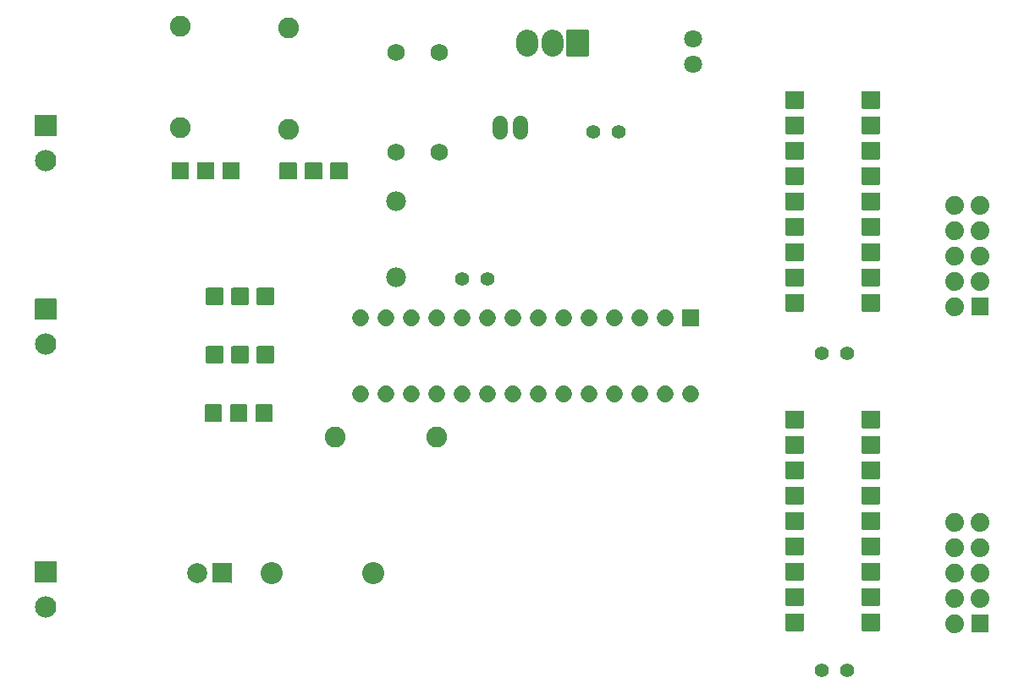
<source format=gts>
G04 Layer: TopSolderMaskLayer*
G04 EasyEDA v6.5.8, 2022-08-15 07:29:34*
G04 028e3914a6f949ed9ca799ef75e4ed4f,10*
G04 Gerber Generator version 0.2*
G04 Scale: 100 percent, Rotated: No, Reflected: No *
G04 Dimensions in millimeters *
G04 leading zeros omitted , absolute positions ,4 integer and 5 decimal *
%FSLAX45Y45*%
%MOMM*%

%ADD10C,1.7016*%
%ADD11C,2.2032*%
%ADD12C,1.5016*%
%ADD13C,1.3970*%
%ADD14C,2.1336*%
%ADD15C,1.8796*%
%ADD16C,2.0828*%
%ADD17C,2.0032*%
%ADD18C,1.7272*%
%ADD19C,1.8032*%
%ADD20C,1.9812*%
%ADD21C,0.0125*%

%LPD*%
D10*
X7048500Y5816600D02*
G01*
X7048500Y5816600D01*
X6794500Y5816600D02*
G01*
X6794500Y5816600D01*
X6540500Y5816600D02*
G01*
X6540500Y5816600D01*
X6286500Y5816600D02*
G01*
X6286500Y5816600D01*
X6032500Y5816600D02*
G01*
X6032500Y5816600D01*
X5778500Y5816600D02*
G01*
X5778500Y5816600D01*
X5524500Y5816600D02*
G01*
X5524500Y5816600D01*
X5524500Y6578600D02*
G01*
X5524500Y6578600D01*
X7302500Y5816600D02*
G01*
X7302500Y5816600D01*
X7556500Y5816600D02*
G01*
X7556500Y5816600D01*
X5778500Y6578600D02*
G01*
X5778500Y6578600D01*
X6032500Y6578600D02*
G01*
X6032500Y6578600D01*
X6286500Y6578600D02*
G01*
X6286500Y6578600D01*
X6540500Y6578600D02*
G01*
X6540500Y6578600D01*
X6794500Y6578600D02*
G01*
X6794500Y6578600D01*
X7048500Y6578600D02*
G01*
X7048500Y6578600D01*
X7302500Y6578600D02*
G01*
X7302500Y6578600D01*
X5270500Y6578600D02*
G01*
X5270500Y6578600D01*
X5016500Y6578600D02*
G01*
X5016500Y6578600D01*
X4762500Y6578600D02*
G01*
X4762500Y6578600D01*
X4508500Y6578600D02*
G01*
X4508500Y6578600D01*
X4254500Y6578600D02*
G01*
X4254500Y6578600D01*
X4254500Y5816600D02*
G01*
X4254500Y5816600D01*
X4508500Y5816600D02*
G01*
X4508500Y5816600D01*
X4762500Y5816600D02*
G01*
X4762500Y5816600D01*
X5016500Y5816600D02*
G01*
X5016500Y5816600D01*
X5270500Y5816600D02*
G01*
X5270500Y5816600D01*
D11*
X5918200Y9309498D02*
G01*
X5918200Y9359498D01*
X6172200Y9309498D02*
G01*
X6172200Y9359498D01*
D12*
X5854700Y8443600D02*
G01*
X5854700Y8523599D01*
X5651500Y8443600D02*
G01*
X5651500Y8523599D01*
D13*
G01*
X8864600Y3048000D03*
G01*
X9118600Y3048000D03*
G01*
X8864600Y6223000D03*
G01*
X9118600Y6223000D03*
G01*
X5270500Y6972300D03*
G01*
X5524500Y6972300D03*
G36*
X1003300Y3930319D02*
G01*
X1001776Y3930573D01*
X1000252Y3931335D01*
X999236Y3932351D01*
X998473Y3933875D01*
X998220Y3935399D01*
X998220Y4138599D01*
X998473Y4140123D01*
X999236Y4141647D01*
X1000252Y4142663D01*
X1001776Y4143425D01*
X1003300Y4143679D01*
X1003300Y4143755D01*
X1206500Y4143755D01*
X1206500Y4143679D01*
X1208023Y4143425D01*
X1209547Y4142663D01*
X1210563Y4141647D01*
X1211326Y4140123D01*
X1211579Y4138599D01*
X1211579Y3935399D01*
X1211326Y3933875D01*
X1210563Y3932351D01*
X1209547Y3931335D01*
X1208023Y3930573D01*
X1206500Y3930319D01*
X1206500Y3930395D01*
X1003300Y3930395D01*
G37*
D14*
G01*
X1104900Y3686987D03*
G36*
X1003300Y6559219D02*
G01*
X1001776Y6559473D01*
X1000252Y6560235D01*
X999236Y6561251D01*
X998473Y6562775D01*
X998220Y6564299D01*
X998220Y6767499D01*
X998473Y6769023D01*
X999236Y6770547D01*
X1000252Y6771563D01*
X1001776Y6772325D01*
X1003300Y6772579D01*
X1003300Y6772655D01*
X1206500Y6772655D01*
X1206500Y6772579D01*
X1208023Y6772325D01*
X1209547Y6771563D01*
X1210563Y6770547D01*
X1211326Y6769023D01*
X1211579Y6767499D01*
X1211579Y6564299D01*
X1211326Y6562775D01*
X1210563Y6561251D01*
X1209547Y6560235D01*
X1208023Y6559473D01*
X1206500Y6559219D01*
X1206500Y6559295D01*
X1003300Y6559295D01*
G37*
G01*
X1104900Y6315887D03*
G36*
X1003300Y8400719D02*
G01*
X1001776Y8400973D01*
X1000252Y8401735D01*
X999236Y8402751D01*
X998473Y8404275D01*
X998220Y8405799D01*
X998220Y8608999D01*
X998473Y8610523D01*
X999236Y8612047D01*
X1000252Y8613063D01*
X1001776Y8613825D01*
X1003300Y8614079D01*
X1003300Y8614155D01*
X1206500Y8614155D01*
X1206500Y8614079D01*
X1208023Y8613825D01*
X1209547Y8613063D01*
X1210563Y8612047D01*
X1211326Y8610523D01*
X1211579Y8608999D01*
X1211579Y8405799D01*
X1211326Y8404275D01*
X1210563Y8402751D01*
X1209547Y8401735D01*
X1208023Y8400973D01*
X1206500Y8400719D01*
X1206500Y8400795D01*
X1003300Y8400795D01*
G37*
G01*
X1104900Y8157387D03*
G36*
X10369550Y3430270D02*
G01*
X10368025Y3430523D01*
X10366502Y3431286D01*
X10365486Y3432302D01*
X10364724Y3433826D01*
X10364470Y3435350D01*
X10364470Y3600450D01*
X10364724Y3601973D01*
X10365486Y3603497D01*
X10366502Y3604513D01*
X10368025Y3605276D01*
X10369550Y3605529D01*
X10534650Y3605529D01*
X10536174Y3605276D01*
X10537697Y3604513D01*
X10538713Y3603497D01*
X10539475Y3601973D01*
X10539729Y3600450D01*
X10539729Y3435350D01*
X10539475Y3433826D01*
X10538713Y3432302D01*
X10537697Y3431286D01*
X10536174Y3430523D01*
X10534650Y3430270D01*
G37*
D15*
G01*
X10198100Y3517900D03*
G01*
X10452100Y3771900D03*
G01*
X10198100Y3771900D03*
G01*
X10452100Y4025900D03*
G01*
X10198100Y4025900D03*
G01*
X10452100Y4279900D03*
G01*
X10198100Y4279900D03*
G01*
X10452100Y4533900D03*
G01*
X10198100Y4533900D03*
G36*
X10369550Y6605270D02*
G01*
X10368025Y6605523D01*
X10366502Y6606286D01*
X10365486Y6607302D01*
X10364724Y6608826D01*
X10364470Y6610350D01*
X10364470Y6775450D01*
X10364724Y6776973D01*
X10365486Y6778497D01*
X10366502Y6779513D01*
X10368025Y6780276D01*
X10369550Y6780529D01*
X10534650Y6780529D01*
X10536174Y6780276D01*
X10537697Y6779513D01*
X10538713Y6778497D01*
X10539475Y6776973D01*
X10539729Y6775450D01*
X10539729Y6610350D01*
X10539475Y6608826D01*
X10538713Y6607302D01*
X10537697Y6606286D01*
X10536174Y6605523D01*
X10534650Y6605270D01*
G37*
G01*
X10198100Y6692900D03*
G01*
X10452100Y6946900D03*
G01*
X10198100Y6946900D03*
G01*
X10452100Y7200900D03*
G01*
X10198100Y7200900D03*
G01*
X10452100Y7454900D03*
G01*
X10198100Y7454900D03*
G01*
X10452100Y7708900D03*
G01*
X10198100Y7708900D03*
D16*
G01*
X2451100Y9499600D03*
G01*
X2451100Y8483600D03*
D11*
G01*
X4381500Y4025900D03*
G01*
X3365500Y4025900D03*
G36*
X7476490Y6493510D02*
G01*
X7476500Y6493520D01*
X7474976Y6493774D01*
X7473452Y6494536D01*
X7472436Y6495552D01*
X7471674Y6497076D01*
X7471420Y6498600D01*
X7471409Y6498589D01*
X7471409Y6658610D01*
X7471420Y6658599D01*
X7471674Y6660123D01*
X7472436Y6661647D01*
X7473452Y6662663D01*
X7474976Y6663425D01*
X7476500Y6663679D01*
X7476490Y6663689D01*
X7636509Y6663689D01*
X7636499Y6663679D01*
X7638023Y6663425D01*
X7639547Y6662663D01*
X7640563Y6661647D01*
X7641325Y6660123D01*
X7641579Y6658599D01*
X7641590Y6658610D01*
X7641590Y6498589D01*
X7641579Y6498600D01*
X7641325Y6497076D01*
X7640563Y6495552D01*
X7639547Y6494536D01*
X7638023Y6493774D01*
X7636499Y6493520D01*
X7636509Y6493510D01*
G37*
D17*
G01*
X2616200Y4025900D03*
G36*
X2780207Y3925747D02*
G01*
X2777159Y3926255D01*
X2774111Y3927779D01*
X2772079Y3929811D01*
X2770555Y3932859D01*
X2770047Y3935907D01*
X2770124Y3935984D01*
X2770124Y4115815D01*
X2770047Y4115892D01*
X2770555Y4118940D01*
X2772079Y4121988D01*
X2774111Y4124020D01*
X2777159Y4125544D01*
X2780207Y4126052D01*
X2780284Y4125976D01*
X2960115Y4125976D01*
X2960192Y4126052D01*
X2963240Y4125544D01*
X2966288Y4124020D01*
X2968320Y4121988D01*
X2969844Y4118940D01*
X2970352Y4115892D01*
X2970275Y4115815D01*
X2970275Y3935984D01*
X2970352Y3935907D01*
X2969844Y3932859D01*
X2968320Y3929811D01*
X2966288Y3927779D01*
X2963240Y3926255D01*
X2960192Y3925747D01*
X2960115Y3925823D01*
X2780284Y3925823D01*
G37*
G36*
X3454400Y7965439D02*
G01*
X3451352Y7965947D01*
X3448304Y7967471D01*
X3446272Y7969504D01*
X3444747Y7972552D01*
X3444240Y7975600D01*
X3444240Y8128000D01*
X3444747Y8131047D01*
X3446272Y8134095D01*
X3448304Y8136128D01*
X3451352Y8137652D01*
X3454400Y8138160D01*
X3606800Y8138160D01*
X3609847Y8137652D01*
X3612895Y8136128D01*
X3614927Y8134095D01*
X3616452Y8131047D01*
X3616959Y8128000D01*
X3616959Y7975600D01*
X3616452Y7972552D01*
X3614927Y7969504D01*
X3612895Y7967471D01*
X3609847Y7965947D01*
X3606800Y7965439D01*
G37*
G36*
X3708400Y7965439D02*
G01*
X3705352Y7965947D01*
X3702304Y7967471D01*
X3700272Y7969504D01*
X3698747Y7972552D01*
X3698240Y7975600D01*
X3698240Y8128000D01*
X3698747Y8131047D01*
X3700272Y8134095D01*
X3702304Y8136128D01*
X3705352Y8137652D01*
X3708400Y8138160D01*
X3860800Y8138160D01*
X3863847Y8137652D01*
X3866895Y8136128D01*
X3868927Y8134095D01*
X3870452Y8131047D01*
X3870959Y8128000D01*
X3870959Y7975600D01*
X3870452Y7972552D01*
X3868927Y7969504D01*
X3866895Y7967471D01*
X3863847Y7965947D01*
X3860800Y7965439D01*
G37*
G36*
X3962400Y7965439D02*
G01*
X3959352Y7965947D01*
X3956304Y7967471D01*
X3954272Y7969504D01*
X3952747Y7972552D01*
X3952240Y7975600D01*
X3952240Y8128000D01*
X3952747Y8131047D01*
X3954272Y8134095D01*
X3956304Y8136128D01*
X3959352Y8137652D01*
X3962400Y8138160D01*
X4114800Y8138160D01*
X4117847Y8137652D01*
X4120895Y8136128D01*
X4122927Y8134095D01*
X4124452Y8131047D01*
X4124959Y8128000D01*
X4124959Y7975600D01*
X4124452Y7972552D01*
X4122927Y7969504D01*
X4120895Y7967471D01*
X4117847Y7965947D01*
X4114800Y7965439D01*
G37*
G36*
X2374900Y7965439D02*
G01*
X2371852Y7965947D01*
X2368804Y7967471D01*
X2366772Y7969504D01*
X2365247Y7972552D01*
X2364740Y7975600D01*
X2364740Y8128000D01*
X2365247Y8131047D01*
X2366772Y8134095D01*
X2368804Y8136128D01*
X2371852Y8137652D01*
X2374900Y8138160D01*
X2527300Y8138160D01*
X2530347Y8137652D01*
X2533395Y8136128D01*
X2535427Y8134095D01*
X2536952Y8131047D01*
X2537459Y8128000D01*
X2537459Y7975600D01*
X2536952Y7972552D01*
X2535427Y7969504D01*
X2533395Y7967471D01*
X2530347Y7965947D01*
X2527300Y7965439D01*
G37*
G36*
X2628900Y7965439D02*
G01*
X2625852Y7965947D01*
X2622804Y7967471D01*
X2620772Y7969504D01*
X2619247Y7972552D01*
X2618740Y7975600D01*
X2618740Y8128000D01*
X2619247Y8131047D01*
X2620772Y8134095D01*
X2622804Y8136128D01*
X2625852Y8137652D01*
X2628900Y8138160D01*
X2781300Y8138160D01*
X2784347Y8137652D01*
X2787395Y8136128D01*
X2789427Y8134095D01*
X2790952Y8131047D01*
X2791459Y8128000D01*
X2791459Y7975600D01*
X2790952Y7972552D01*
X2789427Y7969504D01*
X2787395Y7967471D01*
X2784347Y7965947D01*
X2781300Y7965439D01*
G37*
G36*
X2882900Y7965439D02*
G01*
X2879852Y7965947D01*
X2876804Y7967471D01*
X2874772Y7969504D01*
X2873247Y7972552D01*
X2872740Y7975600D01*
X2872740Y8128000D01*
X2873247Y8131047D01*
X2874772Y8134095D01*
X2876804Y8136128D01*
X2879852Y8137652D01*
X2882900Y8138160D01*
X3035300Y8138160D01*
X3038347Y8137652D01*
X3041395Y8136128D01*
X3043427Y8134095D01*
X3044952Y8131047D01*
X3045459Y8128000D01*
X3045459Y7975600D01*
X3044952Y7972552D01*
X3043427Y7969504D01*
X3041395Y7967471D01*
X3038347Y7965947D01*
X3035300Y7965439D01*
G37*
G36*
X3213100Y5539739D02*
G01*
X3210052Y5540247D01*
X3207004Y5541771D01*
X3204972Y5543804D01*
X3203447Y5546852D01*
X3202940Y5549900D01*
X3202940Y5702300D01*
X3203447Y5705347D01*
X3204972Y5708395D01*
X3207004Y5710428D01*
X3210052Y5711952D01*
X3213100Y5712460D01*
X3365500Y5712460D01*
X3368547Y5711952D01*
X3371595Y5710428D01*
X3373627Y5708395D01*
X3375152Y5705347D01*
X3375659Y5702300D01*
X3375659Y5549900D01*
X3375152Y5546852D01*
X3373627Y5543804D01*
X3371595Y5541771D01*
X3368547Y5540247D01*
X3365500Y5539739D01*
G37*
G36*
X2959100Y5539739D02*
G01*
X2956052Y5540247D01*
X2953004Y5541771D01*
X2950972Y5543804D01*
X2949447Y5546852D01*
X2948940Y5549900D01*
X2948940Y5702300D01*
X2949447Y5705347D01*
X2950972Y5708395D01*
X2953004Y5710428D01*
X2956052Y5711952D01*
X2959100Y5712460D01*
X3111500Y5712460D01*
X3114547Y5711952D01*
X3117595Y5710428D01*
X3119627Y5708395D01*
X3121152Y5705347D01*
X3121659Y5702300D01*
X3121659Y5549900D01*
X3121152Y5546852D01*
X3119627Y5543804D01*
X3117595Y5541771D01*
X3114547Y5540247D01*
X3111500Y5539739D01*
G37*
G36*
X2705100Y5539739D02*
G01*
X2702052Y5540247D01*
X2699004Y5541771D01*
X2696972Y5543804D01*
X2695447Y5546852D01*
X2694940Y5549900D01*
X2694940Y5702300D01*
X2695447Y5705347D01*
X2696972Y5708395D01*
X2699004Y5710428D01*
X2702052Y5711952D01*
X2705100Y5712460D01*
X2857500Y5712460D01*
X2860547Y5711952D01*
X2863595Y5710428D01*
X2865627Y5708395D01*
X2867152Y5705347D01*
X2867659Y5702300D01*
X2867659Y5549900D01*
X2867152Y5546852D01*
X2865627Y5543804D01*
X2863595Y5541771D01*
X2860547Y5540247D01*
X2857500Y5539739D01*
G37*
G36*
X3225800Y6123939D02*
G01*
X3222752Y6124447D01*
X3219704Y6125971D01*
X3217672Y6128004D01*
X3216147Y6131052D01*
X3215640Y6134100D01*
X3215640Y6286500D01*
X3216147Y6289547D01*
X3217672Y6292595D01*
X3219704Y6294628D01*
X3222752Y6296152D01*
X3225800Y6296660D01*
X3378200Y6296660D01*
X3381247Y6296152D01*
X3384295Y6294628D01*
X3386327Y6292595D01*
X3387852Y6289547D01*
X3388359Y6286500D01*
X3388359Y6134100D01*
X3387852Y6131052D01*
X3386327Y6128004D01*
X3384295Y6125971D01*
X3381247Y6124447D01*
X3378200Y6123939D01*
G37*
G36*
X2971800Y6123939D02*
G01*
X2968752Y6124447D01*
X2965704Y6125971D01*
X2963672Y6128004D01*
X2962147Y6131052D01*
X2961640Y6134100D01*
X2961640Y6286500D01*
X2962147Y6289547D01*
X2963672Y6292595D01*
X2965704Y6294628D01*
X2968752Y6296152D01*
X2971800Y6296660D01*
X3124200Y6296660D01*
X3127247Y6296152D01*
X3130295Y6294628D01*
X3132327Y6292595D01*
X3133852Y6289547D01*
X3134359Y6286500D01*
X3134359Y6134100D01*
X3133852Y6131052D01*
X3132327Y6128004D01*
X3130295Y6125971D01*
X3127247Y6124447D01*
X3124200Y6123939D01*
G37*
G36*
X2717800Y6123939D02*
G01*
X2714752Y6124447D01*
X2711704Y6125971D01*
X2709672Y6128004D01*
X2708147Y6131052D01*
X2707640Y6134100D01*
X2707640Y6286500D01*
X2708147Y6289547D01*
X2709672Y6292595D01*
X2711704Y6294628D01*
X2714752Y6296152D01*
X2717800Y6296660D01*
X2870200Y6296660D01*
X2873247Y6296152D01*
X2876295Y6294628D01*
X2878327Y6292595D01*
X2879852Y6289547D01*
X2880359Y6286500D01*
X2880359Y6134100D01*
X2879852Y6131052D01*
X2878327Y6128004D01*
X2876295Y6125971D01*
X2873247Y6124447D01*
X2870200Y6123939D01*
G37*
G36*
X3225800Y6708139D02*
G01*
X3222752Y6708647D01*
X3219704Y6710171D01*
X3217672Y6712204D01*
X3216147Y6715252D01*
X3215640Y6718300D01*
X3215640Y6870700D01*
X3216147Y6873747D01*
X3217672Y6876795D01*
X3219704Y6878828D01*
X3222752Y6880352D01*
X3225800Y6880860D01*
X3378200Y6880860D01*
X3381247Y6880352D01*
X3384295Y6878828D01*
X3386327Y6876795D01*
X3387852Y6873747D01*
X3388359Y6870700D01*
X3388359Y6718300D01*
X3387852Y6715252D01*
X3386327Y6712204D01*
X3384295Y6710171D01*
X3381247Y6708647D01*
X3378200Y6708139D01*
G37*
G36*
X2971800Y6708139D02*
G01*
X2968752Y6708647D01*
X2965704Y6710171D01*
X2963672Y6712204D01*
X2962147Y6715252D01*
X2961640Y6718300D01*
X2961640Y6870700D01*
X2962147Y6873747D01*
X2963672Y6876795D01*
X2965704Y6878828D01*
X2968752Y6880352D01*
X2971800Y6880860D01*
X3124200Y6880860D01*
X3127247Y6880352D01*
X3130295Y6878828D01*
X3132327Y6876795D01*
X3133852Y6873747D01*
X3134359Y6870700D01*
X3134359Y6718300D01*
X3133852Y6715252D01*
X3132327Y6712204D01*
X3130295Y6710171D01*
X3127247Y6708647D01*
X3124200Y6708139D01*
G37*
G36*
X2717800Y6708139D02*
G01*
X2714752Y6708647D01*
X2711704Y6710171D01*
X2709672Y6712204D01*
X2708147Y6715252D01*
X2707640Y6718300D01*
X2707640Y6870700D01*
X2708147Y6873747D01*
X2709672Y6876795D01*
X2711704Y6878828D01*
X2714752Y6880352D01*
X2717800Y6880860D01*
X2870200Y6880860D01*
X2873247Y6880352D01*
X2876295Y6878828D01*
X2878327Y6876795D01*
X2879852Y6873747D01*
X2880359Y6870700D01*
X2880359Y6718300D01*
X2879852Y6715252D01*
X2878327Y6712204D01*
X2876295Y6710171D01*
X2873247Y6708647D01*
X2870200Y6708139D01*
G37*
D16*
G01*
X5016500Y5384800D03*
G01*
X4000500Y5384800D03*
G01*
X3530600Y9486900D03*
G01*
X3530600Y8470900D03*
G36*
X8517890Y5472429D02*
G01*
X8514842Y5472937D01*
X8511794Y5474462D01*
X8509762Y5476494D01*
X8508238Y5479542D01*
X8507730Y5482589D01*
X8507729Y5482589D01*
X8507729Y5642610D01*
X8507730Y5642610D01*
X8508238Y5645657D01*
X8509762Y5648705D01*
X8511794Y5650737D01*
X8514842Y5652262D01*
X8517890Y5652770D01*
X8677909Y5652770D01*
X8680957Y5652262D01*
X8684005Y5650737D01*
X8686037Y5648705D01*
X8687561Y5645657D01*
X8688069Y5642610D01*
X8688070Y5642610D01*
X8688070Y5482589D01*
X8688069Y5482589D01*
X8687561Y5479542D01*
X8686037Y5476494D01*
X8684005Y5474462D01*
X8680957Y5472937D01*
X8677909Y5472429D01*
G37*
G36*
X8517890Y5218429D02*
G01*
X8514842Y5218937D01*
X8511794Y5220462D01*
X8509762Y5222494D01*
X8508238Y5225542D01*
X8507730Y5228589D01*
X8507729Y5228589D01*
X8507729Y5388610D01*
X8507730Y5388610D01*
X8508238Y5391657D01*
X8509762Y5394705D01*
X8511794Y5396737D01*
X8514842Y5398262D01*
X8517890Y5398770D01*
X8677909Y5398770D01*
X8680957Y5398262D01*
X8684005Y5396737D01*
X8686037Y5394705D01*
X8687561Y5391657D01*
X8688069Y5388610D01*
X8688070Y5388610D01*
X8688070Y5228589D01*
X8688069Y5228589D01*
X8687561Y5225542D01*
X8686037Y5222494D01*
X8684005Y5220462D01*
X8680957Y5218937D01*
X8677909Y5218429D01*
G37*
G36*
X8517890Y3948429D02*
G01*
X8514842Y3948937D01*
X8511794Y3950462D01*
X8509762Y3952494D01*
X8508238Y3955542D01*
X8507730Y3958589D01*
X8507729Y3958589D01*
X8507729Y4118610D01*
X8507730Y4118610D01*
X8508238Y4121657D01*
X8509762Y4124705D01*
X8511794Y4126737D01*
X8514842Y4128262D01*
X8517890Y4128770D01*
X8677909Y4128770D01*
X8680957Y4128262D01*
X8684005Y4126737D01*
X8686037Y4124705D01*
X8687561Y4121657D01*
X8688069Y4118610D01*
X8688070Y4118610D01*
X8688070Y3958589D01*
X8688069Y3958589D01*
X8687561Y3955542D01*
X8686037Y3952494D01*
X8684005Y3950462D01*
X8680957Y3948937D01*
X8677909Y3948429D01*
G37*
G36*
X8517890Y3694429D02*
G01*
X8514842Y3694937D01*
X8511794Y3696462D01*
X8509762Y3698494D01*
X8508238Y3701542D01*
X8507730Y3704589D01*
X8507729Y3704589D01*
X8507729Y3864610D01*
X8507730Y3864610D01*
X8508238Y3867657D01*
X8509762Y3870705D01*
X8511794Y3872737D01*
X8514842Y3874262D01*
X8517890Y3874770D01*
X8677909Y3874770D01*
X8680957Y3874262D01*
X8684005Y3872737D01*
X8686037Y3870705D01*
X8687561Y3867657D01*
X8688069Y3864610D01*
X8688070Y3864610D01*
X8688070Y3704589D01*
X8688069Y3704589D01*
X8687561Y3701542D01*
X8686037Y3698494D01*
X8684005Y3696462D01*
X8680957Y3694937D01*
X8677909Y3694429D01*
G37*
G36*
X8517890Y4964429D02*
G01*
X8514842Y4964937D01*
X8511794Y4966462D01*
X8509762Y4968494D01*
X8508238Y4971542D01*
X8507730Y4974589D01*
X8507729Y4974589D01*
X8507729Y5134610D01*
X8507730Y5134610D01*
X8508238Y5137657D01*
X8509762Y5140705D01*
X8511794Y5142737D01*
X8514842Y5144262D01*
X8517890Y5144770D01*
X8677909Y5144770D01*
X8680957Y5144262D01*
X8684005Y5142737D01*
X8686037Y5140705D01*
X8687561Y5137657D01*
X8688069Y5134610D01*
X8688070Y5134610D01*
X8688070Y4974589D01*
X8688069Y4974589D01*
X8687561Y4971542D01*
X8686037Y4968494D01*
X8684005Y4966462D01*
X8680957Y4964937D01*
X8677909Y4964429D01*
G37*
G36*
X8517890Y4710429D02*
G01*
X8514842Y4710937D01*
X8511794Y4712462D01*
X8509762Y4714494D01*
X8508238Y4717542D01*
X8507730Y4720589D01*
X8507729Y4720589D01*
X8507729Y4880610D01*
X8507730Y4880610D01*
X8508238Y4883657D01*
X8509762Y4886705D01*
X8511794Y4888737D01*
X8514842Y4890262D01*
X8517890Y4890770D01*
X8677909Y4890770D01*
X8680957Y4890262D01*
X8684005Y4888737D01*
X8686037Y4886705D01*
X8687561Y4883657D01*
X8688069Y4880610D01*
X8688070Y4880610D01*
X8688070Y4720589D01*
X8688069Y4720589D01*
X8687561Y4717542D01*
X8686037Y4714494D01*
X8684005Y4712462D01*
X8680957Y4710937D01*
X8677909Y4710429D01*
G37*
G36*
X8517890Y4202429D02*
G01*
X8514842Y4202937D01*
X8511794Y4204462D01*
X8509762Y4206494D01*
X8508238Y4209542D01*
X8507730Y4212589D01*
X8507729Y4212589D01*
X8507729Y4372610D01*
X8507730Y4372610D01*
X8508238Y4375657D01*
X8509762Y4378705D01*
X8511794Y4380737D01*
X8514842Y4382262D01*
X8517890Y4382770D01*
X8677909Y4382770D01*
X8680957Y4382262D01*
X8684005Y4380737D01*
X8686037Y4378705D01*
X8687561Y4375657D01*
X8688069Y4372610D01*
X8688070Y4372610D01*
X8688070Y4212589D01*
X8688069Y4212589D01*
X8687561Y4209542D01*
X8686037Y4206494D01*
X8684005Y4204462D01*
X8680957Y4202937D01*
X8677909Y4202429D01*
G37*
G36*
X8517890Y4456429D02*
G01*
X8514842Y4456937D01*
X8511794Y4458462D01*
X8509762Y4460494D01*
X8508238Y4463542D01*
X8507730Y4466589D01*
X8507729Y4466589D01*
X8507729Y4626610D01*
X8507730Y4626610D01*
X8508238Y4629657D01*
X8509762Y4632705D01*
X8511794Y4634737D01*
X8514842Y4636262D01*
X8517890Y4636770D01*
X8677909Y4636770D01*
X8680957Y4636262D01*
X8684005Y4634737D01*
X8686037Y4632705D01*
X8687561Y4629657D01*
X8688069Y4626610D01*
X8688070Y4626610D01*
X8688070Y4466589D01*
X8688069Y4466589D01*
X8687561Y4463542D01*
X8686037Y4460494D01*
X8684005Y4458462D01*
X8680957Y4456937D01*
X8677909Y4456429D01*
G37*
G36*
X8517890Y3440429D02*
G01*
X8514842Y3440937D01*
X8511794Y3442462D01*
X8509762Y3444494D01*
X8508238Y3447542D01*
X8507730Y3450589D01*
X8507729Y3450589D01*
X8507729Y3610610D01*
X8507730Y3610610D01*
X8508238Y3613657D01*
X8509762Y3616705D01*
X8511794Y3618737D01*
X8514842Y3620262D01*
X8517890Y3620770D01*
X8677909Y3620770D01*
X8680957Y3620262D01*
X8684005Y3618737D01*
X8686037Y3616705D01*
X8687561Y3613657D01*
X8688069Y3610610D01*
X8688070Y3610610D01*
X8688070Y3450589D01*
X8688069Y3450589D01*
X8687561Y3447542D01*
X8686037Y3444494D01*
X8684005Y3442462D01*
X8680957Y3440937D01*
X8677909Y3440429D01*
G37*
G36*
X9279890Y3440429D02*
G01*
X9276842Y3440937D01*
X9273794Y3442462D01*
X9271762Y3444494D01*
X9270238Y3447542D01*
X9269730Y3450589D01*
X9269729Y3450589D01*
X9269729Y3610610D01*
X9269730Y3610610D01*
X9270238Y3613657D01*
X9271762Y3616705D01*
X9273794Y3618737D01*
X9276842Y3620262D01*
X9279890Y3620770D01*
X9439909Y3620770D01*
X9442957Y3620262D01*
X9446005Y3618737D01*
X9448037Y3616705D01*
X9449561Y3613657D01*
X9450069Y3610610D01*
X9450070Y3610610D01*
X9450070Y3450589D01*
X9450069Y3450589D01*
X9449561Y3447542D01*
X9448037Y3444494D01*
X9446005Y3442462D01*
X9442957Y3440937D01*
X9439909Y3440429D01*
G37*
G36*
X9279890Y3694429D02*
G01*
X9276842Y3694937D01*
X9273794Y3696462D01*
X9271762Y3698494D01*
X9270238Y3701542D01*
X9269730Y3704589D01*
X9269729Y3704589D01*
X9269729Y3864610D01*
X9269730Y3864610D01*
X9270238Y3867657D01*
X9271762Y3870705D01*
X9273794Y3872737D01*
X9276842Y3874262D01*
X9279890Y3874770D01*
X9439909Y3874770D01*
X9442957Y3874262D01*
X9446005Y3872737D01*
X9448037Y3870705D01*
X9449561Y3867657D01*
X9450069Y3864610D01*
X9450070Y3864610D01*
X9450070Y3704589D01*
X9450069Y3704589D01*
X9449561Y3701542D01*
X9448037Y3698494D01*
X9446005Y3696462D01*
X9442957Y3694937D01*
X9439909Y3694429D01*
G37*
G36*
X9279890Y3948429D02*
G01*
X9276842Y3948937D01*
X9273794Y3950462D01*
X9271762Y3952494D01*
X9270238Y3955542D01*
X9269730Y3958589D01*
X9269729Y3958589D01*
X9269729Y4118610D01*
X9269730Y4118610D01*
X9270238Y4121657D01*
X9271762Y4124705D01*
X9273794Y4126737D01*
X9276842Y4128262D01*
X9279890Y4128770D01*
X9439909Y4128770D01*
X9442957Y4128262D01*
X9446005Y4126737D01*
X9448037Y4124705D01*
X9449561Y4121657D01*
X9450069Y4118610D01*
X9450070Y4118610D01*
X9450070Y3958589D01*
X9450069Y3958589D01*
X9449561Y3955542D01*
X9448037Y3952494D01*
X9446005Y3950462D01*
X9442957Y3948937D01*
X9439909Y3948429D01*
G37*
G36*
X9279890Y4202429D02*
G01*
X9276842Y4202937D01*
X9273794Y4204462D01*
X9271762Y4206494D01*
X9270238Y4209542D01*
X9269730Y4212589D01*
X9269729Y4212589D01*
X9269729Y4372610D01*
X9269730Y4372610D01*
X9270238Y4375657D01*
X9271762Y4378705D01*
X9273794Y4380737D01*
X9276842Y4382262D01*
X9279890Y4382770D01*
X9439909Y4382770D01*
X9442957Y4382262D01*
X9446005Y4380737D01*
X9448037Y4378705D01*
X9449561Y4375657D01*
X9450069Y4372610D01*
X9450070Y4372610D01*
X9450070Y4212589D01*
X9450069Y4212589D01*
X9449561Y4209542D01*
X9448037Y4206494D01*
X9446005Y4204462D01*
X9442957Y4202937D01*
X9439909Y4202429D01*
G37*
G36*
X9279890Y4456429D02*
G01*
X9276842Y4456937D01*
X9273794Y4458462D01*
X9271762Y4460494D01*
X9270238Y4463542D01*
X9269730Y4466589D01*
X9269729Y4466589D01*
X9269729Y4626610D01*
X9269730Y4626610D01*
X9270238Y4629657D01*
X9271762Y4632705D01*
X9273794Y4634737D01*
X9276842Y4636262D01*
X9279890Y4636770D01*
X9439909Y4636770D01*
X9442957Y4636262D01*
X9446005Y4634737D01*
X9448037Y4632705D01*
X9449561Y4629657D01*
X9450069Y4626610D01*
X9450070Y4626610D01*
X9450070Y4466589D01*
X9450069Y4466589D01*
X9449561Y4463542D01*
X9448037Y4460494D01*
X9446005Y4458462D01*
X9442957Y4456937D01*
X9439909Y4456429D01*
G37*
G36*
X9279890Y4710429D02*
G01*
X9276842Y4710937D01*
X9273794Y4712462D01*
X9271762Y4714494D01*
X9270238Y4717542D01*
X9269730Y4720589D01*
X9269729Y4720589D01*
X9269729Y4880610D01*
X9269730Y4880610D01*
X9270238Y4883657D01*
X9271762Y4886705D01*
X9273794Y4888737D01*
X9276842Y4890262D01*
X9279890Y4890770D01*
X9439909Y4890770D01*
X9442957Y4890262D01*
X9446005Y4888737D01*
X9448037Y4886705D01*
X9449561Y4883657D01*
X9450069Y4880610D01*
X9450070Y4880610D01*
X9450070Y4720589D01*
X9450069Y4720589D01*
X9449561Y4717542D01*
X9448037Y4714494D01*
X9446005Y4712462D01*
X9442957Y4710937D01*
X9439909Y4710429D01*
G37*
G36*
X9279890Y4964429D02*
G01*
X9276842Y4964937D01*
X9273794Y4966462D01*
X9271762Y4968494D01*
X9270238Y4971542D01*
X9269730Y4974589D01*
X9269729Y4974589D01*
X9269729Y5134610D01*
X9269730Y5134610D01*
X9270238Y5137657D01*
X9271762Y5140705D01*
X9273794Y5142737D01*
X9276842Y5144262D01*
X9279890Y5144770D01*
X9439909Y5144770D01*
X9442957Y5144262D01*
X9446005Y5142737D01*
X9448037Y5140705D01*
X9449561Y5137657D01*
X9450069Y5134610D01*
X9450070Y5134610D01*
X9450070Y4974589D01*
X9450069Y4974589D01*
X9449561Y4971542D01*
X9448037Y4968494D01*
X9446005Y4966462D01*
X9442957Y4964937D01*
X9439909Y4964429D01*
G37*
G36*
X9279890Y5218429D02*
G01*
X9276842Y5218937D01*
X9273794Y5220462D01*
X9271762Y5222494D01*
X9270238Y5225542D01*
X9269730Y5228589D01*
X9269729Y5228589D01*
X9269729Y5388610D01*
X9269730Y5388610D01*
X9270238Y5391657D01*
X9271762Y5394705D01*
X9273794Y5396737D01*
X9276842Y5398262D01*
X9279890Y5398770D01*
X9439909Y5398770D01*
X9442957Y5398262D01*
X9446005Y5396737D01*
X9448037Y5394705D01*
X9449561Y5391657D01*
X9450069Y5388610D01*
X9450070Y5388610D01*
X9450070Y5228589D01*
X9450069Y5228589D01*
X9449561Y5225542D01*
X9448037Y5222494D01*
X9446005Y5220462D01*
X9442957Y5218937D01*
X9439909Y5218429D01*
G37*
G36*
X9279890Y5472429D02*
G01*
X9276842Y5472937D01*
X9273794Y5474462D01*
X9271762Y5476494D01*
X9270238Y5479542D01*
X9269730Y5482589D01*
X9269729Y5482589D01*
X9269729Y5642610D01*
X9269730Y5642610D01*
X9270238Y5645657D01*
X9271762Y5648705D01*
X9273794Y5650737D01*
X9276842Y5652262D01*
X9279890Y5652770D01*
X9439909Y5652770D01*
X9442957Y5652262D01*
X9446005Y5650737D01*
X9448037Y5648705D01*
X9449561Y5645657D01*
X9450069Y5642610D01*
X9450070Y5642610D01*
X9450070Y5482589D01*
X9450069Y5482589D01*
X9449561Y5479542D01*
X9448037Y5476494D01*
X9446005Y5474462D01*
X9442957Y5472937D01*
X9439909Y5472429D01*
G37*
G36*
X8517890Y8672829D02*
G01*
X8514842Y8673337D01*
X8511794Y8674862D01*
X8509762Y8676894D01*
X8508238Y8679942D01*
X8507730Y8682989D01*
X8507729Y8682989D01*
X8507729Y8843010D01*
X8507730Y8843010D01*
X8508238Y8846058D01*
X8509762Y8849105D01*
X8511794Y8851137D01*
X8514842Y8852662D01*
X8517890Y8853170D01*
X8677909Y8853170D01*
X8680957Y8852662D01*
X8684005Y8851137D01*
X8686037Y8849105D01*
X8687561Y8846058D01*
X8688069Y8843010D01*
X8688070Y8843010D01*
X8688070Y8682989D01*
X8688069Y8682989D01*
X8687561Y8679942D01*
X8686037Y8676894D01*
X8684005Y8674862D01*
X8680957Y8673337D01*
X8677909Y8672829D01*
G37*
G36*
X8517890Y8418829D02*
G01*
X8514842Y8419337D01*
X8511794Y8420862D01*
X8509762Y8422894D01*
X8508238Y8425942D01*
X8507730Y8428989D01*
X8507729Y8428989D01*
X8507729Y8589010D01*
X8507730Y8589010D01*
X8508238Y8592058D01*
X8509762Y8595105D01*
X8511794Y8597137D01*
X8514842Y8598662D01*
X8517890Y8599170D01*
X8677909Y8599170D01*
X8680957Y8598662D01*
X8684005Y8597137D01*
X8686037Y8595105D01*
X8687561Y8592058D01*
X8688069Y8589010D01*
X8688070Y8589010D01*
X8688070Y8428989D01*
X8688069Y8428989D01*
X8687561Y8425942D01*
X8686037Y8422894D01*
X8684005Y8420862D01*
X8680957Y8419337D01*
X8677909Y8418829D01*
G37*
G36*
X8517890Y7148829D02*
G01*
X8514842Y7149337D01*
X8511794Y7150862D01*
X8509762Y7152894D01*
X8508238Y7155942D01*
X8507730Y7158989D01*
X8507729Y7158989D01*
X8507729Y7319010D01*
X8507730Y7319010D01*
X8508238Y7322058D01*
X8509762Y7325105D01*
X8511794Y7327137D01*
X8514842Y7328662D01*
X8517890Y7329170D01*
X8677909Y7329170D01*
X8680957Y7328662D01*
X8684005Y7327137D01*
X8686037Y7325105D01*
X8687561Y7322058D01*
X8688069Y7319010D01*
X8688070Y7319010D01*
X8688070Y7158989D01*
X8688069Y7158989D01*
X8687561Y7155942D01*
X8686037Y7152894D01*
X8684005Y7150862D01*
X8680957Y7149337D01*
X8677909Y7148829D01*
G37*
G36*
X8517890Y6894829D02*
G01*
X8514842Y6895337D01*
X8511794Y6896862D01*
X8509762Y6898894D01*
X8508238Y6901942D01*
X8507730Y6904989D01*
X8507729Y6904989D01*
X8507729Y7065010D01*
X8507730Y7065010D01*
X8508238Y7068058D01*
X8509762Y7071105D01*
X8511794Y7073137D01*
X8514842Y7074662D01*
X8517890Y7075170D01*
X8677909Y7075170D01*
X8680957Y7074662D01*
X8684005Y7073137D01*
X8686037Y7071105D01*
X8687561Y7068058D01*
X8688069Y7065010D01*
X8688070Y7065010D01*
X8688070Y6904989D01*
X8688069Y6904989D01*
X8687561Y6901942D01*
X8686037Y6898894D01*
X8684005Y6896862D01*
X8680957Y6895337D01*
X8677909Y6894829D01*
G37*
G36*
X8517890Y8164829D02*
G01*
X8514842Y8165337D01*
X8511794Y8166862D01*
X8509762Y8168894D01*
X8508238Y8171942D01*
X8507730Y8174989D01*
X8507729Y8174989D01*
X8507729Y8335010D01*
X8507730Y8335010D01*
X8508238Y8338058D01*
X8509762Y8341105D01*
X8511794Y8343137D01*
X8514842Y8344662D01*
X8517890Y8345170D01*
X8677909Y8345170D01*
X8680957Y8344662D01*
X8684005Y8343137D01*
X8686037Y8341105D01*
X8687561Y8338058D01*
X8688069Y8335010D01*
X8688070Y8335010D01*
X8688070Y8174989D01*
X8688069Y8174989D01*
X8687561Y8171942D01*
X8686037Y8168894D01*
X8684005Y8166862D01*
X8680957Y8165337D01*
X8677909Y8164829D01*
G37*
G36*
X8517890Y7910829D02*
G01*
X8514842Y7911337D01*
X8511794Y7912862D01*
X8509762Y7914894D01*
X8508238Y7917942D01*
X8507730Y7920989D01*
X8507729Y7920989D01*
X8507729Y8081010D01*
X8507730Y8081010D01*
X8508238Y8084058D01*
X8509762Y8087105D01*
X8511794Y8089137D01*
X8514842Y8090662D01*
X8517890Y8091170D01*
X8677909Y8091170D01*
X8680957Y8090662D01*
X8684005Y8089137D01*
X8686037Y8087105D01*
X8687561Y8084058D01*
X8688069Y8081010D01*
X8688070Y8081010D01*
X8688070Y7920989D01*
X8688069Y7920989D01*
X8687561Y7917942D01*
X8686037Y7914894D01*
X8684005Y7912862D01*
X8680957Y7911337D01*
X8677909Y7910829D01*
G37*
G36*
X8517890Y7402829D02*
G01*
X8514842Y7403337D01*
X8511794Y7404862D01*
X8509762Y7406894D01*
X8508238Y7409942D01*
X8507730Y7412989D01*
X8507729Y7412989D01*
X8507729Y7573010D01*
X8507730Y7573010D01*
X8508238Y7576058D01*
X8509762Y7579105D01*
X8511794Y7581137D01*
X8514842Y7582662D01*
X8517890Y7583170D01*
X8677909Y7583170D01*
X8680957Y7582662D01*
X8684005Y7581137D01*
X8686037Y7579105D01*
X8687561Y7576058D01*
X8688069Y7573010D01*
X8688070Y7573010D01*
X8688070Y7412989D01*
X8688069Y7412989D01*
X8687561Y7409942D01*
X8686037Y7406894D01*
X8684005Y7404862D01*
X8680957Y7403337D01*
X8677909Y7402829D01*
G37*
G36*
X8517890Y7656829D02*
G01*
X8514842Y7657337D01*
X8511794Y7658862D01*
X8509762Y7660894D01*
X8508238Y7663942D01*
X8507730Y7666989D01*
X8507729Y7666989D01*
X8507729Y7827010D01*
X8507730Y7827010D01*
X8508238Y7830058D01*
X8509762Y7833105D01*
X8511794Y7835137D01*
X8514842Y7836662D01*
X8517890Y7837170D01*
X8677909Y7837170D01*
X8680957Y7836662D01*
X8684005Y7835137D01*
X8686037Y7833105D01*
X8687561Y7830058D01*
X8688069Y7827010D01*
X8688070Y7827010D01*
X8688070Y7666989D01*
X8688069Y7666989D01*
X8687561Y7663942D01*
X8686037Y7660894D01*
X8684005Y7658862D01*
X8680957Y7657337D01*
X8677909Y7656829D01*
G37*
G36*
X8517890Y6640829D02*
G01*
X8514842Y6641337D01*
X8511794Y6642862D01*
X8509762Y6644894D01*
X8508238Y6647942D01*
X8507730Y6650989D01*
X8507729Y6650989D01*
X8507729Y6811010D01*
X8507730Y6811010D01*
X8508238Y6814058D01*
X8509762Y6817105D01*
X8511794Y6819137D01*
X8514842Y6820662D01*
X8517890Y6821170D01*
X8677909Y6821170D01*
X8680957Y6820662D01*
X8684005Y6819137D01*
X8686037Y6817105D01*
X8687561Y6814058D01*
X8688069Y6811010D01*
X8688070Y6811010D01*
X8688070Y6650989D01*
X8688069Y6650989D01*
X8687561Y6647942D01*
X8686037Y6644894D01*
X8684005Y6642862D01*
X8680957Y6641337D01*
X8677909Y6640829D01*
G37*
G36*
X9279890Y6640829D02*
G01*
X9276842Y6641337D01*
X9273794Y6642862D01*
X9271762Y6644894D01*
X9270238Y6647942D01*
X9269730Y6650989D01*
X9269729Y6650989D01*
X9269729Y6811010D01*
X9269730Y6811010D01*
X9270238Y6814058D01*
X9271762Y6817105D01*
X9273794Y6819137D01*
X9276842Y6820662D01*
X9279890Y6821170D01*
X9439909Y6821170D01*
X9442957Y6820662D01*
X9446005Y6819137D01*
X9448037Y6817105D01*
X9449561Y6814058D01*
X9450069Y6811010D01*
X9450070Y6811010D01*
X9450070Y6650989D01*
X9450069Y6650989D01*
X9449561Y6647942D01*
X9448037Y6644894D01*
X9446005Y6642862D01*
X9442957Y6641337D01*
X9439909Y6640829D01*
G37*
G36*
X9279890Y6894829D02*
G01*
X9276842Y6895337D01*
X9273794Y6896862D01*
X9271762Y6898894D01*
X9270238Y6901942D01*
X9269730Y6904989D01*
X9269729Y6904989D01*
X9269729Y7065010D01*
X9269730Y7065010D01*
X9270238Y7068058D01*
X9271762Y7071105D01*
X9273794Y7073137D01*
X9276842Y7074662D01*
X9279890Y7075170D01*
X9439909Y7075170D01*
X9442957Y7074662D01*
X9446005Y7073137D01*
X9448037Y7071105D01*
X9449561Y7068058D01*
X9450069Y7065010D01*
X9450070Y7065010D01*
X9450070Y6904989D01*
X9450069Y6904989D01*
X9449561Y6901942D01*
X9448037Y6898894D01*
X9446005Y6896862D01*
X9442957Y6895337D01*
X9439909Y6894829D01*
G37*
G36*
X9279890Y7148829D02*
G01*
X9276842Y7149337D01*
X9273794Y7150862D01*
X9271762Y7152894D01*
X9270238Y7155942D01*
X9269730Y7158989D01*
X9269729Y7158989D01*
X9269729Y7319010D01*
X9269730Y7319010D01*
X9270238Y7322058D01*
X9271762Y7325105D01*
X9273794Y7327137D01*
X9276842Y7328662D01*
X9279890Y7329170D01*
X9439909Y7329170D01*
X9442957Y7328662D01*
X9446005Y7327137D01*
X9448037Y7325105D01*
X9449561Y7322058D01*
X9450069Y7319010D01*
X9450070Y7319010D01*
X9450070Y7158989D01*
X9450069Y7158989D01*
X9449561Y7155942D01*
X9448037Y7152894D01*
X9446005Y7150862D01*
X9442957Y7149337D01*
X9439909Y7148829D01*
G37*
G36*
X9279890Y7402829D02*
G01*
X9276842Y7403337D01*
X9273794Y7404862D01*
X9271762Y7406894D01*
X9270238Y7409942D01*
X9269730Y7412989D01*
X9269729Y7412989D01*
X9269729Y7573010D01*
X9269730Y7573010D01*
X9270238Y7576058D01*
X9271762Y7579105D01*
X9273794Y7581137D01*
X9276842Y7582662D01*
X9279890Y7583170D01*
X9439909Y7583170D01*
X9442957Y7582662D01*
X9446005Y7581137D01*
X9448037Y7579105D01*
X9449561Y7576058D01*
X9450069Y7573010D01*
X9450070Y7573010D01*
X9450070Y7412989D01*
X9450069Y7412989D01*
X9449561Y7409942D01*
X9448037Y7406894D01*
X9446005Y7404862D01*
X9442957Y7403337D01*
X9439909Y7402829D01*
G37*
G36*
X9279890Y7656829D02*
G01*
X9276842Y7657337D01*
X9273794Y7658862D01*
X9271762Y7660894D01*
X9270238Y7663942D01*
X9269730Y7666989D01*
X9269729Y7666989D01*
X9269729Y7827010D01*
X9269730Y7827010D01*
X9270238Y7830058D01*
X9271762Y7833105D01*
X9273794Y7835137D01*
X9276842Y7836662D01*
X9279890Y7837170D01*
X9439909Y7837170D01*
X9442957Y7836662D01*
X9446005Y7835137D01*
X9448037Y7833105D01*
X9449561Y7830058D01*
X9450069Y7827010D01*
X9450070Y7827010D01*
X9450070Y7666989D01*
X9450069Y7666989D01*
X9449561Y7663942D01*
X9448037Y7660894D01*
X9446005Y7658862D01*
X9442957Y7657337D01*
X9439909Y7656829D01*
G37*
G36*
X9279890Y7910829D02*
G01*
X9276842Y7911337D01*
X9273794Y7912862D01*
X9271762Y7914894D01*
X9270238Y7917942D01*
X9269730Y7920989D01*
X9269729Y7920989D01*
X9269729Y8081010D01*
X9269730Y8081010D01*
X9270238Y8084058D01*
X9271762Y8087105D01*
X9273794Y8089137D01*
X9276842Y8090662D01*
X9279890Y8091170D01*
X9439909Y8091170D01*
X9442957Y8090662D01*
X9446005Y8089137D01*
X9448037Y8087105D01*
X9449561Y8084058D01*
X9450069Y8081010D01*
X9450070Y8081010D01*
X9450070Y7920989D01*
X9450069Y7920989D01*
X9449561Y7917942D01*
X9448037Y7914894D01*
X9446005Y7912862D01*
X9442957Y7911337D01*
X9439909Y7910829D01*
G37*
G36*
X9279890Y8164829D02*
G01*
X9276842Y8165337D01*
X9273794Y8166862D01*
X9271762Y8168894D01*
X9270238Y8171942D01*
X9269730Y8174989D01*
X9269729Y8174989D01*
X9269729Y8335010D01*
X9269730Y8335010D01*
X9270238Y8338058D01*
X9271762Y8341105D01*
X9273794Y8343137D01*
X9276842Y8344662D01*
X9279890Y8345170D01*
X9439909Y8345170D01*
X9442957Y8344662D01*
X9446005Y8343137D01*
X9448037Y8341105D01*
X9449561Y8338058D01*
X9450069Y8335010D01*
X9450070Y8335010D01*
X9450070Y8174989D01*
X9450069Y8174989D01*
X9449561Y8171942D01*
X9448037Y8168894D01*
X9446005Y8166862D01*
X9442957Y8165337D01*
X9439909Y8164829D01*
G37*
G36*
X9279890Y8418829D02*
G01*
X9276842Y8419337D01*
X9273794Y8420862D01*
X9271762Y8422894D01*
X9270238Y8425942D01*
X9269730Y8428989D01*
X9269729Y8428989D01*
X9269729Y8589010D01*
X9269730Y8589010D01*
X9270238Y8592058D01*
X9271762Y8595105D01*
X9273794Y8597137D01*
X9276842Y8598662D01*
X9279890Y8599170D01*
X9439909Y8599170D01*
X9442957Y8598662D01*
X9446005Y8597137D01*
X9448037Y8595105D01*
X9449561Y8592058D01*
X9450069Y8589010D01*
X9450070Y8589010D01*
X9450070Y8428989D01*
X9450069Y8428989D01*
X9449561Y8425942D01*
X9448037Y8422894D01*
X9446005Y8420862D01*
X9442957Y8419337D01*
X9439909Y8418829D01*
G37*
G36*
X9279890Y8672829D02*
G01*
X9276842Y8673337D01*
X9273794Y8674862D01*
X9271762Y8676894D01*
X9270238Y8679942D01*
X9269730Y8682989D01*
X9269729Y8682989D01*
X9269729Y8843010D01*
X9269730Y8843010D01*
X9270238Y8846058D01*
X9271762Y8849105D01*
X9273794Y8851137D01*
X9276842Y8852662D01*
X9279890Y8853170D01*
X9439909Y8853170D01*
X9442957Y8852662D01*
X9446005Y8851137D01*
X9448037Y8849105D01*
X9449561Y8846058D01*
X9450069Y8843010D01*
X9450070Y8843010D01*
X9450070Y8682989D01*
X9450069Y8682989D01*
X9449561Y8679942D01*
X9448037Y8676894D01*
X9446005Y8674862D01*
X9442957Y8673337D01*
X9439909Y8672829D01*
G37*
D13*
G01*
X6578600Y8445500D03*
G01*
X6832600Y8445500D03*
D18*
G01*
X4610100Y8236534D03*
G01*
X4608296Y9236532D03*
G36*
X6326124Y9199371D02*
G01*
X6323076Y9199879D01*
X6320028Y9201404D01*
X6317996Y9203436D01*
X6316472Y9206484D01*
X6315964Y9209531D01*
X6315963Y9209531D01*
X6315963Y9459468D01*
X6315964Y9459468D01*
X6316472Y9462515D01*
X6317996Y9465563D01*
X6320028Y9467595D01*
X6323076Y9469120D01*
X6326124Y9469628D01*
X6526275Y9469628D01*
X6529323Y9469120D01*
X6532371Y9467595D01*
X6534403Y9465563D01*
X6535927Y9462515D01*
X6536435Y9459468D01*
X6536436Y9459468D01*
X6536436Y9209531D01*
X6536435Y9209531D01*
X6535927Y9206484D01*
X6534403Y9203436D01*
X6532371Y9201404D01*
X6529323Y9199879D01*
X6526275Y9199371D01*
G37*
D19*
G01*
X7581900Y9372600D03*
G01*
X7581900Y9118600D03*
D18*
G01*
X5041900Y8236534D03*
G01*
X5040096Y9236532D03*
D20*
G01*
X4610100Y7747000D03*
G01*
X4610100Y6985000D03*
M02*

</source>
